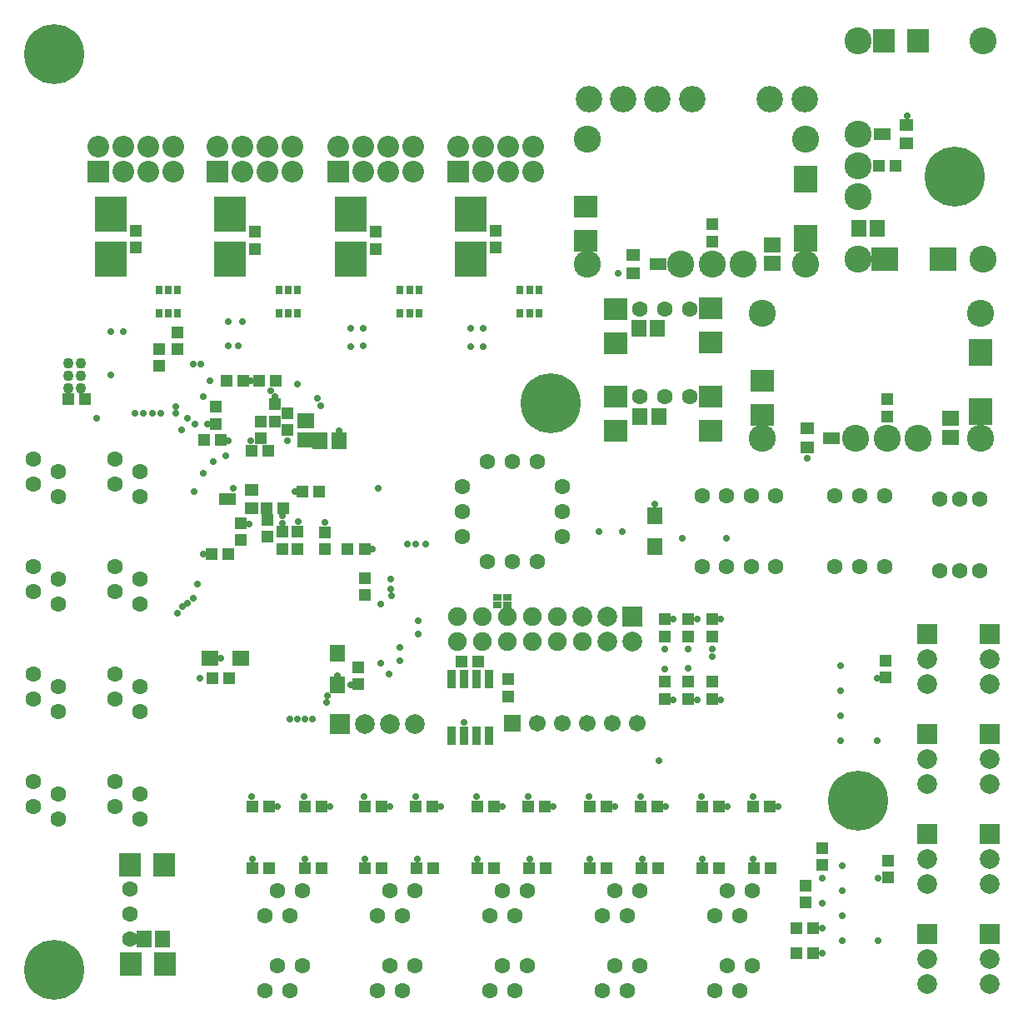
<source format=gbs>
%FSTAX23Y23*%
%MOIN*%
%SFA1B1*%

%IPPOS*%
%ADD72R,0.051000X0.047000*%
%ADD73R,0.047000X0.051000*%
%ADD85R,0.095000X0.087000*%
%ADD89C,0.063000*%
%ADD90C,0.004000*%
%ADD91C,0.079000*%
%ADD92R,0.079000X0.079000*%
%ADD93C,0.240000*%
%ADD94C,0.087000*%
%ADD95R,0.087000X0.087000*%
%ADD96R,0.079000X0.079000*%
%ADD97C,0.106000*%
%ADD98C,0.108000*%
%ADD99C,0.075000*%
%ADD100C,0.067000*%
%ADD101R,0.067000X0.067000*%
%ADD102C,0.043000*%
%ADD103C,0.028000*%
%ADD104R,0.067000X0.047000*%
%ADD105R,0.055000X0.047000*%
%ADD106R,0.087000X0.095000*%
%ADD107R,0.126000X0.144000*%
%ADD108R,0.071000X0.059000*%
%ADD109R,0.059000X0.071000*%
%ADD110R,0.067000X0.059000*%
%ADD111R,0.059000X0.067000*%
%ADD112R,0.032000X0.075000*%
%ADD113R,0.032000X0.028000*%
%ADD114R,0.026000X0.036000*%
%ADD115R,0.110000X0.095000*%
%ADD116R,0.095000X0.110000*%
%LNholoboard-1*%
%LPD*%
G54D72*
X00262Y02421D03*
X00195D03*
X01835Y01369D03*
X01768D03*
X03173Y00205D03*
X03106D03*
X03173Y00305D03*
X03106D03*
X01446Y0079D03*
X01379D03*
X02346D03*
X02279D03*
X02796D03*
X02729D03*
X01053Y01985D03*
X00986D03*
X01131Y0205D03*
X01198D03*
X01379Y01822D03*
X01312D03*
X00769Y01303D03*
X00836D03*
X00766Y01799D03*
X00833D03*
X00736Y02256D03*
X00803D03*
X01023Y02495D03*
X00956D03*
X00994Y02215D03*
X00927D03*
X00826Y02495D03*
X00893D03*
X03001Y0079D03*
X02934D03*
X01896D03*
X01829D03*
X02102D03*
X02035D03*
X01651D03*
X01584D03*
X00996D03*
X00929D03*
X01206D03*
X01139D03*
X02551D03*
X02484D03*
X03503Y03355D03*
X03436D03*
X02936Y00545D03*
X03003D03*
X02731D03*
X02798D03*
X01141D03*
X01208D03*
X02486D03*
X02553D03*
X02281D03*
X02348D03*
X02036D03*
X02103D03*
X01831D03*
X01898D03*
X01586D03*
X01653D03*
X01381D03*
X01448D03*
X00931D03*
X00998D03*
G54D73*
X02769Y01289D03*
Y01222D03*
X02674Y01289D03*
Y01222D03*
X02579Y01289D03*
Y01222D03*
X02769Y01472D03*
Y01539D03*
X02674Y01472D03*
Y01539D03*
X02579Y01472D03*
Y01539D03*
X01953Y01232D03*
Y01299D03*
X03209Y00557D03*
Y00624D03*
X03144Y00407D03*
Y00474D03*
X03464Y01307D03*
Y01374D03*
X03474Y00507D03*
Y00574D03*
X00939Y03089D03*
Y03022D03*
X01379Y01637D03*
Y01704D03*
X01049Y01889D03*
Y01822D03*
X0099Y01938D03*
Y01871D03*
X01219Y01888D03*
Y01821D03*
X00885Y01924D03*
Y01857D03*
X01112Y01889D03*
Y01822D03*
X01355Y01279D03*
Y01346D03*
X00784Y02389D03*
Y02322D03*
X00964Y0233D03*
Y02263D03*
X0107Y02365D03*
Y02298D03*
X02769Y03119D03*
Y03052D03*
X03469Y02419D03*
Y02352D03*
X00464Y03094D03*
Y03027D03*
X01424Y03089D03*
Y03022D03*
X01904Y03027D03*
Y03094D03*
X01019Y02332D03*
Y02399D03*
X00557Y02553D03*
Y0262D03*
X00631Y02619D03*
Y02686D03*
G54D85*
X02764Y02293D03*
Y0243D03*
Y02648D03*
Y02785D03*
X02969Y02495D03*
Y02358D03*
X02264Y0319D03*
Y03053D03*
X02384Y0243D03*
Y02293D03*
Y0278D03*
Y02643D03*
G54D89*
X01869Y0217D03*
X01969D03*
X02069D03*
X02169Y0207D03*
Y0197D03*
Y0187D03*
X02069Y0177D03*
X01969D03*
X01869D03*
X01769Y0187D03*
Y0197D03*
Y0207D03*
X00054Y0132D03*
X00154Y0127D03*
X00054Y0122D03*
X00154Y0117D03*
X02729Y02035D03*
X02827D03*
X02926D03*
X03024D03*
X00379Y0089D03*
X00479Y0084D03*
X00379Y0079D03*
X00479Y0074D03*
X00054Y0089D03*
X00154Y0084D03*
X00054Y0079D03*
X00154Y0074D03*
X00379Y0132D03*
X00479Y0127D03*
X00379Y0122D03*
X00479Y0117D03*
X00379Y0175D03*
X00479Y017D03*
X00379Y0165D03*
X00479Y016D03*
X00054Y0175D03*
X00154Y017D03*
X00054Y0165D03*
X00154Y016D03*
X00379Y0218D03*
X00479Y0213D03*
X00379Y0208D03*
X00479Y0203D03*
X00054Y0218D03*
X00154Y0213D03*
X00054Y0208D03*
X00154Y0203D03*
X02779Y00355D03*
X02829Y00455D03*
X02879Y00355D03*
X02929Y00455D03*
X02329Y00355D03*
X02379Y00455D03*
X02429Y00355D03*
X02479Y00455D03*
X01879Y00355D03*
X01929Y00455D03*
X01979Y00355D03*
X02029Y00455D03*
X01429Y00355D03*
X01479Y00455D03*
X01529Y00355D03*
X01579Y00455D03*
X00979Y00355D03*
X01029Y00455D03*
X01079Y00355D03*
X01129Y00455D03*
X02779Y00055D03*
X02829Y00155D03*
X02879Y00055D03*
X02929Y00155D03*
X02329Y00055D03*
X02379Y00155D03*
X02429Y00055D03*
X02479Y00155D03*
X01879Y00055D03*
X01929Y00155D03*
X01979Y00055D03*
X02029Y00155D03*
X01429Y00055D03*
X01479Y00155D03*
X01529Y00055D03*
X01579Y00155D03*
X00979Y00055D03*
X01029Y00155D03*
X01079Y00055D03*
X01129Y00155D03*
X03839Y01735D03*
X0376D03*
X03682D03*
X03459Y0175D03*
X03361D03*
X03262D03*
X03459Y02035D03*
X03361D03*
X03262D03*
X03682Y0202D03*
X0376D03*
X03839D03*
X02479Y0243D03*
X02579D03*
X02679D03*
X00439Y00262D03*
Y00362D03*
Y00462D03*
X02479Y0278D03*
X02579D03*
X02679D03*
X02729Y0175D03*
X02827D03*
X02926D03*
X03024D03*
G54D90*
X00125Y01375D03*
X0045Y00945D03*
X00125D03*
X0045Y01375D03*
Y01805D03*
X00125D03*
X0045Y02235D03*
X00125D03*
X02724Y00426D03*
X02274D03*
X01824D03*
X01374D03*
X00924D03*
X02724Y00126D03*
X02274D03*
X01824D03*
X01374D03*
X00924D03*
G54D91*
X03629Y0048D03*
Y0058D03*
X03879Y0048D03*
Y0058D03*
Y0008D03*
Y0018D03*
X03629Y0008D03*
Y0018D03*
X01479Y0112D03*
X01379D03*
X01579D03*
X02352Y01449D03*
X02452D03*
X02352Y01549D03*
X02252D03*
X03629Y0138D03*
Y0128D03*
X03879Y0138D03*
Y0128D03*
Y0098D03*
Y0088D03*
X03629Y0098D03*
Y0088D03*
G54D92*
X03629Y0068D03*
X03879D03*
Y0028D03*
X03629D03*
Y0148D03*
X03879D03*
Y0108D03*
X03629D03*
G54D93*
X03739Y0331D03*
X02124Y02405D03*
X03354Y00815D03*
X00138Y03799D03*
Y00138D03*
G54D94*
X01089Y0343D03*
Y0333D03*
X00989Y0343D03*
Y0333D03*
X00889Y0343D03*
Y0333D03*
X00789Y0343D03*
X02054D03*
Y0333D03*
X01954Y0343D03*
Y0333D03*
X01854Y0343D03*
Y0333D03*
X01754Y0343D03*
X01574D03*
Y0333D03*
X01474Y0343D03*
Y0333D03*
X01374Y0343D03*
Y0333D03*
X01274Y0343D03*
X00614D03*
Y0333D03*
X00514Y0343D03*
Y0333D03*
X00414Y0343D03*
Y0333D03*
X00314Y0343D03*
G54D95*
X00789Y0333D03*
X01754D03*
X01274D03*
X00314D03*
G54D96*
X01279Y0112D03*
X02452Y01549D03*
G54D97*
X02689Y0362D03*
X02551D03*
X02413D03*
X02276D03*
X03139D03*
X03001D03*
G54D98*
X03354Y03855D03*
Y0348D03*
Y03355D03*
Y0323D03*
Y0298D03*
X03854Y03855D03*
Y0298D03*
X02269Y0296D03*
X02644D03*
X02769D03*
X02894D03*
X03144D03*
X02269Y0346D03*
X03144D03*
X02969Y02265D03*
X03344D03*
X03469D03*
X03594D03*
X03844D03*
X02969Y02765D03*
X03844D03*
G54D99*
X02252Y01449D03*
X02152Y01549D03*
Y01449D03*
X02052Y01549D03*
Y01449D03*
X01952Y01549D03*
Y01449D03*
X01852Y01549D03*
Y01449D03*
X01752Y01549D03*
Y01449D03*
G54D100*
X02469Y01125D03*
X02369D03*
X02069D03*
X02269D03*
X02169D03*
G54D101*
X01969Y01125D03*
G54D102*
X00244Y02465D03*
X00194D03*
X00244Y02515D03*
X00194D03*
X00244Y02565D03*
X00194D03*
G54D103*
X02395Y02923D03*
X03149Y02185D03*
X01521Y01426D03*
X01594Y01482D03*
Y01533D03*
X01114Y0193D03*
X00734Y018D03*
X01411Y01819D03*
X01445Y01602D03*
Y01364D03*
X00854Y02065D03*
X01484Y017D03*
X01239Y0079D03*
X01029D03*
X01479D03*
X01684D03*
X01929D03*
X02135D03*
X02379D03*
X02584D03*
X02829D03*
X03034D03*
X03289Y00255D03*
Y00355D03*
Y00455D03*
Y00555D03*
X03284Y01355D03*
Y01255D03*
Y01155D03*
Y01055D03*
X03429D03*
X03434Y00255D03*
Y00505D03*
X03429Y01305D03*
X02804Y0154D03*
X02769Y0142D03*
X02804Y01217D03*
X02709D03*
X02614D03*
X02709Y0154D03*
X02614D03*
X02579Y0134D03*
X02674Y0142D03*
X02579D03*
X01486Y01635D03*
X01485Y01661D03*
X01777Y01127D03*
X01477Y01321D03*
X01521Y01373D03*
X01623Y01841D03*
X0155Y0184D03*
X01585D03*
X01219Y01927D03*
X01433Y02064D03*
X00709Y01679D03*
X00697Y02049D03*
X00735Y02125D03*
X00774Y02171D03*
X00804Y01385D03*
X00694Y01625D03*
X00672Y01605D03*
X00649Y0159D03*
X00629Y01565D03*
X00564Y02363D03*
X00529D03*
X00494D03*
X00461D03*
X02489Y0058D03*
X02039D03*
X01589D03*
X01139D03*
X02729D03*
X02279D03*
X01829D03*
X01379D03*
X00929D03*
X01204Y02395D03*
X01189Y02425D03*
X01109Y0248D03*
X01004Y02455D03*
X01854Y02705D03*
X01804D03*
X01854Y0263D03*
X01804D03*
X01374Y02635D03*
X01019Y0243D03*
X01374Y02705D03*
X01324D03*
Y0263D03*
X00694Y0256D03*
X00724D03*
X00874Y02635D03*
X00834D03*
X00889Y0273D03*
X00834D03*
X00749Y0232D03*
X00414Y0269D03*
X00364D03*
X00623Y02364D03*
Y02391D03*
X03209Y00505D03*
Y00405D03*
Y00305D03*
Y00205D03*
X01169Y0114D03*
X01139D03*
X01109D03*
X01079D03*
X03549Y03555D03*
X00924Y02255D03*
Y02495D03*
X00734Y0243D03*
X02649Y01865D03*
X02827D03*
X00646Y02297D03*
X00672Y02345D03*
X00701Y02319D03*
X01069Y02254D03*
X01277Y02293D03*
X02317Y0189D03*
X02539Y02D03*
X02409Y0189D03*
X01269Y01315D03*
X01049Y01925D03*
Y01955D03*
X01099Y0205D03*
X01325Y01278D03*
X00928Y00829D03*
X01138D03*
X01378D03*
X01583D03*
X01828D03*
X02034D03*
X02278D03*
X02484D03*
X02728D03*
X02933D03*
X01226Y01207D03*
X01231Y01233D03*
X00916Y01922D03*
X02674Y01345D03*
X02769Y0139D03*
X02557Y00973D03*
X00719Y01305D03*
X00834Y02255D03*
X02935Y00579D03*
X00824Y02195D03*
X00363Y02516D03*
X00307Y02343D03*
X00759Y02494D03*
G54D104*
X03248Y02265D03*
X0345Y0348D03*
X02553Y0296D03*
X0083Y0202D03*
G54D105*
X0315Y02303D03*
Y02228D03*
X03548Y03443D03*
Y03518D03*
X02455Y02998D03*
Y02923D03*
X00928Y01983D03*
Y02058D03*
G54D106*
X03456Y03855D03*
X03594D03*
X00444Y00162D03*
X00582D03*
X00439Y00557D03*
X00577D03*
G54D107*
X01324Y03161D03*
Y0298D03*
X00839Y03161D03*
Y0298D03*
X01804Y03161D03*
Y0298D03*
X00364D03*
Y03161D03*
G54D108*
X00759Y01385D03*
X00885D03*
G54D109*
X0127Y01278D03*
Y01404D03*
X02539Y01955D03*
Y01829D03*
G54D110*
X01143Y02258D03*
Y02333D03*
X03724Y02343D03*
Y02268D03*
X03009Y03038D03*
Y02963D03*
G54D111*
X01202Y02255D03*
X01277D03*
X02557Y0235D03*
X02482D03*
X00572Y00262D03*
X00497D03*
X02552Y02705D03*
X02477D03*
X03432Y03105D03*
X03357D03*
G54D112*
X01876Y01075D03*
X01826D03*
X01776D03*
X01726D03*
X01876Y013D03*
X01826D03*
X01776D03*
X01726D03*
G54D113*
X01912Y01627D03*
X01952D03*
X01912Y01597D03*
X01952D03*
G54D114*
X00557Y02763D03*
X00594D03*
X00632D03*
Y02858D03*
X00594D03*
X00557D03*
X02002Y02763D03*
X02039D03*
X02077D03*
Y02858D03*
X02039D03*
X02002D03*
X01522Y02763D03*
X01559D03*
X01597D03*
Y02858D03*
X01559D03*
X01522D03*
X01037Y02763D03*
X01074D03*
X01112D03*
Y02858D03*
X01074D03*
X01037D03*
G54D115*
X03695Y0298D03*
X03459D03*
G54D116*
X03144Y03302D03*
Y03065D03*
X03844Y02607D03*
Y0237D03*
M02*
</source>
